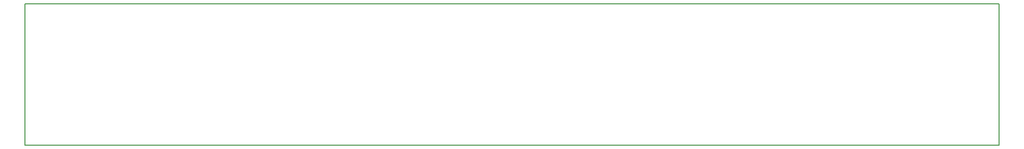
<source format=gbr>
%TF.GenerationSoftware,KiCad,Pcbnew,(6.0.7-1)-1*%
%TF.CreationDate,2024-02-03T15:38:49-05:00*%
%TF.ProjectId,EMHarpsichord_KeyboardCapture,454d4861-7270-4736-9963-686f72645f4b,rev?*%
%TF.SameCoordinates,Original*%
%TF.FileFunction,Profile,NP*%
%FSLAX46Y46*%
G04 Gerber Fmt 4.6, Leading zero omitted, Abs format (unit mm)*
G04 Created by KiCad (PCBNEW (6.0.7-1)-1) date 2024-02-03 15:38:49*
%MOMM*%
%LPD*%
G01*
G04 APERTURE LIST*
%TA.AperFunction,Profile*%
%ADD10C,0.150000*%
%TD*%
G04 APERTURE END LIST*
D10*
X10000Y25030000D02*
X172010000Y25030000D01*
X172010000Y25030000D02*
X172010000Y30000D01*
X172010000Y30000D02*
X10000Y30000D01*
X10000Y30000D02*
X10000Y25030000D01*
M02*

</source>
